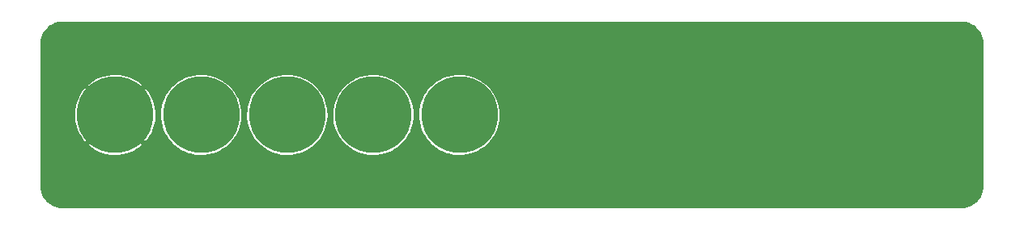
<source format=gbr>
%TF.GenerationSoftware,KiCad,Pcbnew,6.0.9+dfsg-1~bpo11+1*%
%TF.CreationDate,2022-11-11T14:52:19+01:00*%
%TF.ProjectId,014-base-power-board,3031342d-6261-4736-952d-706f7765722d,1*%
%TF.SameCoordinates,Original*%
%TF.FileFunction,Copper,L1,Top*%
%TF.FilePolarity,Positive*%
%FSLAX46Y46*%
G04 Gerber Fmt 4.6, Leading zero omitted, Abs format (unit mm)*
G04 Created by KiCad (PCBNEW 6.0.9+dfsg-1~bpo11+1) date 2022-11-11 14:52:19*
%MOMM*%
%LPD*%
G01*
G04 APERTURE LIST*
%TA.AperFunction,ComponentPad*%
%ADD10C,8.000000*%
%TD*%
%TA.AperFunction,ComponentPad*%
%ADD11C,3.400000*%
%TD*%
G04 APERTURE END LIST*
D10*
%TO.P,J1,1,Pin_1*%
%TO.N,GND*%
X106500000Y-90500000D03*
%TD*%
%TO.P,J7,1,Pin_1*%
%TO.N,Net-(J7-Pad1)*%
X133500000Y-90500000D03*
%TD*%
%TO.P,J3,1,Pin_1*%
%TO.N,Net-(J3-Pad1)*%
X115500000Y-90500000D03*
%TD*%
%TO.P,J9,1,Pin_1*%
%TO.N,Net-(J10-Pad1)*%
X142500000Y-90500000D03*
%TD*%
%TO.P,J5,1,Pin_1*%
%TO.N,Net-(J5-Pad1)*%
X124500000Y-90500000D03*
%TD*%
D11*
%TO.P,H4,1,1*%
%TO.N,GND*%
X195000000Y-98000000D03*
%TD*%
%TO.P,H1,1,1*%
%TO.N,GND*%
X101000000Y-83000000D03*
%TD*%
%TO.P,H3,1,1*%
%TO.N,GND*%
X195000000Y-83000000D03*
%TD*%
%TO.P,H6,1,1*%
%TO.N,GND*%
X101000000Y-98000000D03*
%TD*%
%TO.P,H2,1,1*%
%TO.N,GND*%
X148500000Y-83000000D03*
%TD*%
%TO.P,H5,1,1*%
%TO.N,GND*%
X148500000Y-98000000D03*
%TD*%
%TA.AperFunction,Conductor*%
%TO.N,GND*%
G36*
X194988169Y-80703018D02*
G01*
X194999641Y-80705656D01*
X195010517Y-80703195D01*
X195021664Y-80703214D01*
X195021664Y-80703243D01*
X195031772Y-80702422D01*
X195161986Y-80710298D01*
X195271204Y-80716905D01*
X195283056Y-80718344D01*
X195544422Y-80766241D01*
X195556015Y-80769098D01*
X195762244Y-80833361D01*
X195809695Y-80848148D01*
X195820873Y-80852387D01*
X196063170Y-80961436D01*
X196073756Y-80966992D01*
X196301142Y-81104452D01*
X196310980Y-81111243D01*
X196520132Y-81275103D01*
X196529081Y-81283030D01*
X196716970Y-81470919D01*
X196724897Y-81479868D01*
X196888757Y-81689020D01*
X196895548Y-81698858D01*
X197033008Y-81926244D01*
X197038564Y-81936830D01*
X197147613Y-82179127D01*
X197151852Y-82190305D01*
X197230900Y-82443977D01*
X197233759Y-82455578D01*
X197281655Y-82716936D01*
X197283096Y-82728803D01*
X197297547Y-82967712D01*
X197296724Y-82977628D01*
X197296862Y-82977628D01*
X197296842Y-82988776D01*
X197294344Y-82999641D01*
X197296804Y-83010513D01*
X197297059Y-83011638D01*
X197299500Y-83033488D01*
X197299500Y-97965983D01*
X197296982Y-97988169D01*
X197294344Y-97999641D01*
X197296805Y-98010517D01*
X197296786Y-98021664D01*
X197296757Y-98021664D01*
X197297578Y-98031772D01*
X197283096Y-98271197D01*
X197281656Y-98283056D01*
X197233761Y-98544415D01*
X197230900Y-98556023D01*
X197151852Y-98809695D01*
X197147613Y-98820873D01*
X197038564Y-99063170D01*
X197033008Y-99073756D01*
X196895548Y-99301142D01*
X196888757Y-99310980D01*
X196724897Y-99520132D01*
X196716970Y-99529081D01*
X196529081Y-99716970D01*
X196520132Y-99724897D01*
X196310980Y-99888757D01*
X196301142Y-99895548D01*
X196073756Y-100033008D01*
X196063170Y-100038564D01*
X195820873Y-100147613D01*
X195809695Y-100151852D01*
X195556015Y-100230902D01*
X195544422Y-100233759D01*
X195283056Y-100281656D01*
X195271204Y-100283095D01*
X195032288Y-100297547D01*
X195022372Y-100296724D01*
X195022372Y-100296862D01*
X195011224Y-100296842D01*
X195000359Y-100294344D01*
X194988359Y-100297059D01*
X194966512Y-100299500D01*
X101034017Y-100299500D01*
X101011831Y-100296982D01*
X101011801Y-100296975D01*
X101000359Y-100294344D01*
X100989483Y-100296805D01*
X100978336Y-100296786D01*
X100978336Y-100296757D01*
X100968228Y-100297578D01*
X100838014Y-100289702D01*
X100728796Y-100283095D01*
X100716944Y-100281656D01*
X100455578Y-100233759D01*
X100443985Y-100230902D01*
X100190305Y-100151852D01*
X100179127Y-100147613D01*
X99936830Y-100038564D01*
X99926244Y-100033008D01*
X99698858Y-99895548D01*
X99689020Y-99888757D01*
X99479868Y-99724897D01*
X99470919Y-99716970D01*
X99283030Y-99529081D01*
X99275103Y-99520132D01*
X99111243Y-99310980D01*
X99104452Y-99301142D01*
X98966992Y-99073756D01*
X98961436Y-99063170D01*
X98852387Y-98820873D01*
X98848148Y-98809695D01*
X98769100Y-98556023D01*
X98766239Y-98544415D01*
X98718344Y-98283056D01*
X98716904Y-98271197D01*
X98702469Y-98032548D01*
X98704207Y-98011810D01*
X98703747Y-98011757D01*
X98704389Y-98006179D01*
X98705655Y-98000718D01*
X98705656Y-98000000D01*
X98704412Y-97994545D01*
X98702980Y-97988266D01*
X98700500Y-97966248D01*
X98700500Y-93643364D01*
X103716018Y-93643364D01*
X103716710Y-93647736D01*
X103717235Y-93648435D01*
X103772852Y-93700664D01*
X103776529Y-93703793D01*
X104098194Y-93951509D01*
X104102164Y-93954268D01*
X104446469Y-94169414D01*
X104450687Y-94171771D01*
X104814340Y-94352290D01*
X104818762Y-94354222D01*
X105198314Y-94498400D01*
X105202881Y-94499884D01*
X105594692Y-94606336D01*
X105599407Y-94607373D01*
X105999721Y-94675082D01*
X106004517Y-94675654D01*
X106409531Y-94703975D01*
X106414352Y-94704076D01*
X106820187Y-94692740D01*
X106825012Y-94692368D01*
X107227795Y-94641485D01*
X107232563Y-94640645D01*
X107628476Y-94550695D01*
X107633110Y-94549401D01*
X108018355Y-94421247D01*
X108022871Y-94419495D01*
X108393766Y-94254362D01*
X108398067Y-94252189D01*
X108751086Y-94051647D01*
X108755162Y-94049061D01*
X109086913Y-93815036D01*
X109090735Y-93812049D01*
X109276250Y-93651917D01*
X109283158Y-93640510D01*
X109282880Y-93637197D01*
X109281316Y-93634869D01*
X106511086Y-90864639D01*
X106499203Y-90858585D01*
X106494172Y-90859381D01*
X103722072Y-93631481D01*
X103716018Y-93643364D01*
X98700500Y-93643364D01*
X98700500Y-90443692D01*
X102295429Y-90443692D01*
X102309599Y-90849460D01*
X102310003Y-90854269D01*
X102363697Y-91256686D01*
X102364573Y-91261460D01*
X102457277Y-91656706D01*
X102458616Y-91661376D01*
X102589448Y-92045693D01*
X102591228Y-92050191D01*
X102758950Y-92419930D01*
X102761154Y-92424219D01*
X102964151Y-92775818D01*
X102966772Y-92779887D01*
X103203104Y-93109992D01*
X103206119Y-93113796D01*
X103348212Y-93276107D01*
X103359671Y-93282938D01*
X103363162Y-93282620D01*
X103365220Y-93281227D01*
X106135361Y-90511086D01*
X106140603Y-90500797D01*
X106858585Y-90500797D01*
X106859381Y-90505828D01*
X109632137Y-93278584D01*
X109644020Y-93284638D01*
X109648572Y-93283917D01*
X109649017Y-93283586D01*
X109681541Y-93249432D01*
X109684706Y-93245765D01*
X109934655Y-92925844D01*
X109937445Y-92921890D01*
X110154983Y-92579107D01*
X110157375Y-92574896D01*
X110340427Y-92212513D01*
X110342393Y-92208098D01*
X110489211Y-91829579D01*
X110490735Y-91824996D01*
X110599913Y-91433965D01*
X110600988Y-91429235D01*
X110671486Y-91029423D01*
X110672093Y-91024613D01*
X110703306Y-90618965D01*
X110703448Y-90615852D01*
X110705043Y-90501560D01*
X110704989Y-90498451D01*
X110702193Y-90441281D01*
X111294844Y-90441281D01*
X111309184Y-90851913D01*
X111363525Y-91259185D01*
X111457350Y-91659211D01*
X111589764Y-92048172D01*
X111759501Y-92422356D01*
X111964942Y-92778190D01*
X111966345Y-92780150D01*
X111966351Y-92780159D01*
X112070855Y-92926128D01*
X112204125Y-93112278D01*
X112474769Y-93421432D01*
X112476529Y-93423085D01*
X112476536Y-93423092D01*
X112605069Y-93543792D01*
X112774289Y-93702700D01*
X112776201Y-93704172D01*
X112776204Y-93704175D01*
X113097374Y-93951509D01*
X113099826Y-93953397D01*
X113101878Y-93954679D01*
X113446225Y-94169851D01*
X113446230Y-94169854D01*
X113448274Y-94171131D01*
X113450438Y-94172205D01*
X113450443Y-94172208D01*
X113814130Y-94352744D01*
X113816306Y-94353824D01*
X114200409Y-94499731D01*
X114202717Y-94500358D01*
X114202726Y-94500361D01*
X114415267Y-94558107D01*
X114596916Y-94607460D01*
X115002044Y-94675982D01*
X115004452Y-94676150D01*
X115004457Y-94676151D01*
X115409520Y-94704476D01*
X115409524Y-94704476D01*
X115411925Y-94704644D01*
X115414331Y-94704577D01*
X115414341Y-94704577D01*
X115820225Y-94693239D01*
X115820232Y-94693238D01*
X115822647Y-94693171D01*
X116230289Y-94641674D01*
X116232642Y-94641139D01*
X116232650Y-94641138D01*
X116628611Y-94551178D01*
X116628617Y-94551176D01*
X116630960Y-94550644D01*
X117020836Y-94420949D01*
X117396195Y-94253829D01*
X117753455Y-94050877D01*
X117756030Y-94049061D01*
X118087229Y-93815425D01*
X118087230Y-93815424D01*
X118089205Y-93814031D01*
X118091028Y-93812458D01*
X118091035Y-93812452D01*
X118398401Y-93547141D01*
X118400241Y-93545553D01*
X118683593Y-93248003D01*
X118936557Y-92924224D01*
X119156718Y-92577305D01*
X119341976Y-92210558D01*
X119490561Y-91827483D01*
X119601055Y-91431737D01*
X119601497Y-91429235D01*
X119671983Y-91029486D01*
X119671984Y-91029481D01*
X119672404Y-91027097D01*
X119703926Y-90617426D01*
X119705566Y-90500000D01*
X119702694Y-90441281D01*
X120294844Y-90441281D01*
X120309184Y-90851913D01*
X120363525Y-91259185D01*
X120457350Y-91659211D01*
X120589764Y-92048172D01*
X120759501Y-92422356D01*
X120964942Y-92778190D01*
X120966345Y-92780150D01*
X120966351Y-92780159D01*
X121070855Y-92926128D01*
X121204125Y-93112278D01*
X121474769Y-93421432D01*
X121476529Y-93423085D01*
X121476536Y-93423092D01*
X121605069Y-93543792D01*
X121774289Y-93702700D01*
X121776201Y-93704172D01*
X121776204Y-93704175D01*
X122097374Y-93951509D01*
X122099826Y-93953397D01*
X122101878Y-93954679D01*
X122446225Y-94169851D01*
X122446230Y-94169854D01*
X122448274Y-94171131D01*
X122450438Y-94172205D01*
X122450443Y-94172208D01*
X122814130Y-94352744D01*
X122816306Y-94353824D01*
X123200409Y-94499731D01*
X123202717Y-94500358D01*
X123202726Y-94500361D01*
X123415267Y-94558107D01*
X123596916Y-94607460D01*
X124002044Y-94675982D01*
X124004452Y-94676150D01*
X124004457Y-94676151D01*
X124409520Y-94704476D01*
X124409524Y-94704476D01*
X124411925Y-94704644D01*
X124414331Y-94704577D01*
X124414341Y-94704577D01*
X124820225Y-94693239D01*
X124820232Y-94693238D01*
X124822647Y-94693171D01*
X125230289Y-94641674D01*
X125232642Y-94641139D01*
X125232650Y-94641138D01*
X125628611Y-94551178D01*
X125628617Y-94551176D01*
X125630960Y-94550644D01*
X126020836Y-94420949D01*
X126396195Y-94253829D01*
X126753455Y-94050877D01*
X126756030Y-94049061D01*
X127087229Y-93815425D01*
X127087230Y-93815424D01*
X127089205Y-93814031D01*
X127091028Y-93812458D01*
X127091035Y-93812452D01*
X127398401Y-93547141D01*
X127400241Y-93545553D01*
X127683593Y-93248003D01*
X127936557Y-92924224D01*
X128156718Y-92577305D01*
X128341976Y-92210558D01*
X128490561Y-91827483D01*
X128601055Y-91431737D01*
X128601497Y-91429235D01*
X128671983Y-91029486D01*
X128671984Y-91029481D01*
X128672404Y-91027097D01*
X128703926Y-90617426D01*
X128705566Y-90500000D01*
X128702694Y-90441281D01*
X129294844Y-90441281D01*
X129309184Y-90851913D01*
X129363525Y-91259185D01*
X129457350Y-91659211D01*
X129589764Y-92048172D01*
X129759501Y-92422356D01*
X129964942Y-92778190D01*
X129966345Y-92780150D01*
X129966351Y-92780159D01*
X130070855Y-92926128D01*
X130204125Y-93112278D01*
X130474769Y-93421432D01*
X130476529Y-93423085D01*
X130476536Y-93423092D01*
X130605069Y-93543792D01*
X130774289Y-93702700D01*
X130776201Y-93704172D01*
X130776204Y-93704175D01*
X131097374Y-93951509D01*
X131099826Y-93953397D01*
X131101878Y-93954679D01*
X131446225Y-94169851D01*
X131446230Y-94169854D01*
X131448274Y-94171131D01*
X131450438Y-94172205D01*
X131450443Y-94172208D01*
X131814130Y-94352744D01*
X131816306Y-94353824D01*
X132200409Y-94499731D01*
X132202717Y-94500358D01*
X132202726Y-94500361D01*
X132415267Y-94558107D01*
X132596916Y-94607460D01*
X133002044Y-94675982D01*
X133004452Y-94676150D01*
X133004457Y-94676151D01*
X133409520Y-94704476D01*
X133409524Y-94704476D01*
X133411925Y-94704644D01*
X133414331Y-94704577D01*
X133414341Y-94704577D01*
X133820225Y-94693239D01*
X133820232Y-94693238D01*
X133822647Y-94693171D01*
X134230289Y-94641674D01*
X134232642Y-94641139D01*
X134232650Y-94641138D01*
X134628611Y-94551178D01*
X134628617Y-94551176D01*
X134630960Y-94550644D01*
X135020836Y-94420949D01*
X135396195Y-94253829D01*
X135753455Y-94050877D01*
X135756030Y-94049061D01*
X136087229Y-93815425D01*
X136087230Y-93815424D01*
X136089205Y-93814031D01*
X136091028Y-93812458D01*
X136091035Y-93812452D01*
X136398401Y-93547141D01*
X136400241Y-93545553D01*
X136683593Y-93248003D01*
X136936557Y-92924224D01*
X137156718Y-92577305D01*
X137341976Y-92210558D01*
X137490561Y-91827483D01*
X137601055Y-91431737D01*
X137601497Y-91429235D01*
X137671983Y-91029486D01*
X137671984Y-91029481D01*
X137672404Y-91027097D01*
X137703926Y-90617426D01*
X137705566Y-90500000D01*
X137702694Y-90441281D01*
X138294844Y-90441281D01*
X138309184Y-90851913D01*
X138363525Y-91259185D01*
X138457350Y-91659211D01*
X138589764Y-92048172D01*
X138759501Y-92422356D01*
X138964942Y-92778190D01*
X138966345Y-92780150D01*
X138966351Y-92780159D01*
X139070855Y-92926128D01*
X139204125Y-93112278D01*
X139474769Y-93421432D01*
X139476529Y-93423085D01*
X139476536Y-93423092D01*
X139605069Y-93543792D01*
X139774289Y-93702700D01*
X139776201Y-93704172D01*
X139776204Y-93704175D01*
X140097374Y-93951509D01*
X140099826Y-93953397D01*
X140101878Y-93954679D01*
X140446225Y-94169851D01*
X140446230Y-94169854D01*
X140448274Y-94171131D01*
X140450438Y-94172205D01*
X140450443Y-94172208D01*
X140814130Y-94352744D01*
X140816306Y-94353824D01*
X141200409Y-94499731D01*
X141202717Y-94500358D01*
X141202726Y-94500361D01*
X141415267Y-94558107D01*
X141596916Y-94607460D01*
X142002044Y-94675982D01*
X142004452Y-94676150D01*
X142004457Y-94676151D01*
X142409520Y-94704476D01*
X142409524Y-94704476D01*
X142411925Y-94704644D01*
X142414331Y-94704577D01*
X142414341Y-94704577D01*
X142820225Y-94693239D01*
X142820232Y-94693238D01*
X142822647Y-94693171D01*
X143230289Y-94641674D01*
X143232642Y-94641139D01*
X143232650Y-94641138D01*
X143628611Y-94551178D01*
X143628617Y-94551176D01*
X143630960Y-94550644D01*
X144020836Y-94420949D01*
X144396195Y-94253829D01*
X144753455Y-94050877D01*
X144756030Y-94049061D01*
X145087229Y-93815425D01*
X145087230Y-93815424D01*
X145089205Y-93814031D01*
X145091028Y-93812458D01*
X145091035Y-93812452D01*
X145398401Y-93547141D01*
X145400241Y-93545553D01*
X145683593Y-93248003D01*
X145936557Y-92924224D01*
X146156718Y-92577305D01*
X146341976Y-92210558D01*
X146490561Y-91827483D01*
X146601055Y-91431737D01*
X146601497Y-91429235D01*
X146671983Y-91029486D01*
X146671984Y-91029481D01*
X146672404Y-91027097D01*
X146703926Y-90617426D01*
X146705566Y-90500000D01*
X146685495Y-90089609D01*
X146677236Y-90033677D01*
X146625826Y-89685530D01*
X146625825Y-89685523D01*
X146625472Y-89683135D01*
X146611729Y-89628012D01*
X146526657Y-89286813D01*
X146526070Y-89284458D01*
X146388239Y-88897383D01*
X146387213Y-88895202D01*
X146387209Y-88895193D01*
X146305267Y-88721058D01*
X146213294Y-88525606D01*
X146002905Y-88172675D01*
X145967015Y-88123994D01*
X145760516Y-87843907D01*
X145759080Y-87841959D01*
X145720086Y-87798651D01*
X145485765Y-87538411D01*
X145484147Y-87536614D01*
X145277805Y-87348198D01*
X145182517Y-87261188D01*
X145182509Y-87261182D01*
X145180729Y-87259556D01*
X145015095Y-87135646D01*
X144853670Y-87014884D01*
X144853663Y-87014879D01*
X144851723Y-87013428D01*
X144796046Y-86979709D01*
X144502342Y-86801835D01*
X144502335Y-86801831D01*
X144500269Y-86800580D01*
X144129722Y-86623044D01*
X143743620Y-86482514D01*
X143741294Y-86481917D01*
X143741285Y-86481914D01*
X143347975Y-86380930D01*
X143345646Y-86380332D01*
X142939601Y-86317473D01*
X142937190Y-86317338D01*
X142937188Y-86317338D01*
X142531778Y-86294671D01*
X142531774Y-86294671D01*
X142529360Y-86294536D01*
X142118839Y-86311742D01*
X141711956Y-86368926D01*
X141660300Y-86381423D01*
X141314948Y-86464972D01*
X141314938Y-86464975D01*
X141312594Y-86465542D01*
X141161022Y-86518325D01*
X140926846Y-86599873D01*
X140926839Y-86599876D01*
X140924567Y-86600667D01*
X140551578Y-86773012D01*
X140501699Y-86802276D01*
X140199271Y-86979709D01*
X140199266Y-86979712D01*
X140197187Y-86980932D01*
X140195243Y-86982345D01*
X140195236Y-86982349D01*
X139931245Y-87174150D01*
X139864776Y-87222443D01*
X139862966Y-87224050D01*
X139717158Y-87353505D01*
X139557520Y-87495238D01*
X139555879Y-87497010D01*
X139555872Y-87497017D01*
X139519205Y-87536614D01*
X139278350Y-87796714D01*
X139276887Y-87798642D01*
X139276879Y-87798651D01*
X139080216Y-88057746D01*
X139029931Y-88123994D01*
X138814634Y-88473953D01*
X138813582Y-88476110D01*
X138813577Y-88476119D01*
X138639739Y-88832542D01*
X138634516Y-88843251D01*
X138491294Y-89228363D01*
X138490680Y-89230686D01*
X138490678Y-89230693D01*
X138389799Y-89612508D01*
X138386336Y-89625614D01*
X138320643Y-90031210D01*
X138320492Y-90033615D01*
X138320491Y-90033621D01*
X138294995Y-90438880D01*
X138294844Y-90441281D01*
X137702694Y-90441281D01*
X137685495Y-90089609D01*
X137677236Y-90033677D01*
X137625826Y-89685530D01*
X137625825Y-89685523D01*
X137625472Y-89683135D01*
X137611729Y-89628012D01*
X137526657Y-89286813D01*
X137526070Y-89284458D01*
X137388239Y-88897383D01*
X137387213Y-88895202D01*
X137387209Y-88895193D01*
X137305267Y-88721058D01*
X137213294Y-88525606D01*
X137002905Y-88172675D01*
X136967015Y-88123994D01*
X136760516Y-87843907D01*
X136759080Y-87841959D01*
X136720086Y-87798651D01*
X136485765Y-87538411D01*
X136484147Y-87536614D01*
X136277805Y-87348198D01*
X136182517Y-87261188D01*
X136182509Y-87261182D01*
X136180729Y-87259556D01*
X136015095Y-87135646D01*
X135853670Y-87014884D01*
X135853663Y-87014879D01*
X135851723Y-87013428D01*
X135796046Y-86979709D01*
X135502342Y-86801835D01*
X135502335Y-86801831D01*
X135500269Y-86800580D01*
X135129722Y-86623044D01*
X134743620Y-86482514D01*
X134741294Y-86481917D01*
X134741285Y-86481914D01*
X134347975Y-86380930D01*
X134345646Y-86380332D01*
X133939601Y-86317473D01*
X133937190Y-86317338D01*
X133937188Y-86317338D01*
X133531778Y-86294671D01*
X133531774Y-86294671D01*
X133529360Y-86294536D01*
X133118839Y-86311742D01*
X132711956Y-86368926D01*
X132660300Y-86381423D01*
X132314948Y-86464972D01*
X132314938Y-86464975D01*
X132312594Y-86465542D01*
X132161022Y-86518325D01*
X131926846Y-86599873D01*
X131926839Y-86599876D01*
X131924567Y-86600667D01*
X131551578Y-86773012D01*
X131501699Y-86802276D01*
X131199271Y-86979709D01*
X131199266Y-86979712D01*
X131197187Y-86980932D01*
X131195243Y-86982345D01*
X131195236Y-86982349D01*
X130931245Y-87174150D01*
X130864776Y-87222443D01*
X130862966Y-87224050D01*
X130717158Y-87353505D01*
X130557520Y-87495238D01*
X130555879Y-87497010D01*
X130555872Y-87497017D01*
X130519205Y-87536614D01*
X130278350Y-87796714D01*
X130276887Y-87798642D01*
X130276879Y-87798651D01*
X130080216Y-88057746D01*
X130029931Y-88123994D01*
X129814634Y-88473953D01*
X129813582Y-88476110D01*
X129813577Y-88476119D01*
X129639739Y-88832542D01*
X129634516Y-88843251D01*
X129491294Y-89228363D01*
X129490680Y-89230686D01*
X129490678Y-89230693D01*
X129389799Y-89612508D01*
X129386336Y-89625614D01*
X129320643Y-90031210D01*
X129320492Y-90033615D01*
X129320491Y-90033621D01*
X129294995Y-90438880D01*
X129294844Y-90441281D01*
X128702694Y-90441281D01*
X128685495Y-90089609D01*
X128677236Y-90033677D01*
X128625826Y-89685530D01*
X128625825Y-89685523D01*
X128625472Y-89683135D01*
X128611729Y-89628012D01*
X128526657Y-89286813D01*
X128526070Y-89284458D01*
X128388239Y-88897383D01*
X128387213Y-88895202D01*
X128387209Y-88895193D01*
X128305267Y-88721058D01*
X128213294Y-88525606D01*
X128002905Y-88172675D01*
X127967015Y-88123994D01*
X127760516Y-87843907D01*
X127759080Y-87841959D01*
X127720086Y-87798651D01*
X127485765Y-87538411D01*
X127484147Y-87536614D01*
X127277805Y-87348198D01*
X127182517Y-87261188D01*
X127182509Y-87261182D01*
X127180729Y-87259556D01*
X127015095Y-87135646D01*
X126853670Y-87014884D01*
X126853663Y-87014879D01*
X126851723Y-87013428D01*
X126796046Y-86979709D01*
X126502342Y-86801835D01*
X126502335Y-86801831D01*
X126500269Y-86800580D01*
X126129722Y-86623044D01*
X125743620Y-86482514D01*
X125741294Y-86481917D01*
X125741285Y-86481914D01*
X125347975Y-86380930D01*
X125345646Y-86380332D01*
X124939601Y-86317473D01*
X124937190Y-86317338D01*
X124937188Y-86317338D01*
X124531778Y-86294671D01*
X124531774Y-86294671D01*
X124529360Y-86294536D01*
X124118839Y-86311742D01*
X123711956Y-86368926D01*
X123660300Y-86381423D01*
X123314948Y-86464972D01*
X123314938Y-86464975D01*
X123312594Y-86465542D01*
X123161022Y-86518325D01*
X122926846Y-86599873D01*
X122926839Y-86599876D01*
X122924567Y-86600667D01*
X122551578Y-86773012D01*
X122501699Y-86802276D01*
X122199271Y-86979709D01*
X122199266Y-86979712D01*
X122197187Y-86980932D01*
X122195243Y-86982345D01*
X122195236Y-86982349D01*
X121931245Y-87174150D01*
X121864776Y-87222443D01*
X121862966Y-87224050D01*
X121717158Y-87353505D01*
X121557520Y-87495238D01*
X121555879Y-87497010D01*
X121555872Y-87497017D01*
X121519205Y-87536614D01*
X121278350Y-87796714D01*
X121276887Y-87798642D01*
X121276879Y-87798651D01*
X121080216Y-88057746D01*
X121029931Y-88123994D01*
X120814634Y-88473953D01*
X120813582Y-88476110D01*
X120813577Y-88476119D01*
X120639739Y-88832542D01*
X120634516Y-88843251D01*
X120491294Y-89228363D01*
X120490680Y-89230686D01*
X120490678Y-89230693D01*
X120389799Y-89612508D01*
X120386336Y-89625614D01*
X120320643Y-90031210D01*
X120320492Y-90033615D01*
X120320491Y-90033621D01*
X120294995Y-90438880D01*
X120294844Y-90441281D01*
X119702694Y-90441281D01*
X119685495Y-90089609D01*
X119677236Y-90033677D01*
X119625826Y-89685530D01*
X119625825Y-89685523D01*
X119625472Y-89683135D01*
X119611729Y-89628012D01*
X119526657Y-89286813D01*
X119526070Y-89284458D01*
X119388239Y-88897383D01*
X119387213Y-88895202D01*
X119387209Y-88895193D01*
X119305267Y-88721058D01*
X119213294Y-88525606D01*
X119002905Y-88172675D01*
X118967015Y-88123994D01*
X118760516Y-87843907D01*
X118759080Y-87841959D01*
X118720086Y-87798651D01*
X118485765Y-87538411D01*
X118484147Y-87536614D01*
X118277805Y-87348198D01*
X118182517Y-87261188D01*
X118182509Y-87261182D01*
X118180729Y-87259556D01*
X118015095Y-87135646D01*
X117853670Y-87014884D01*
X117853663Y-87014879D01*
X117851723Y-87013428D01*
X117796046Y-86979709D01*
X117502342Y-86801835D01*
X117502335Y-86801831D01*
X117500269Y-86800580D01*
X117129722Y-86623044D01*
X116743620Y-86482514D01*
X116741294Y-86481917D01*
X116741285Y-86481914D01*
X116347975Y-86380930D01*
X116345646Y-86380332D01*
X115939601Y-86317473D01*
X115937190Y-86317338D01*
X115937188Y-86317338D01*
X115531778Y-86294671D01*
X115531774Y-86294671D01*
X115529360Y-86294536D01*
X115118839Y-86311742D01*
X114711956Y-86368926D01*
X114660300Y-86381423D01*
X114314948Y-86464972D01*
X114314938Y-86464975D01*
X114312594Y-86465542D01*
X114161022Y-86518325D01*
X113926846Y-86599873D01*
X113926839Y-86599876D01*
X113924567Y-86600667D01*
X113551578Y-86773012D01*
X113501699Y-86802276D01*
X113199271Y-86979709D01*
X113199266Y-86979712D01*
X113197187Y-86980932D01*
X113195243Y-86982345D01*
X113195236Y-86982349D01*
X112931245Y-87174150D01*
X112864776Y-87222443D01*
X112862966Y-87224050D01*
X112717158Y-87353505D01*
X112557520Y-87495238D01*
X112555879Y-87497010D01*
X112555872Y-87497017D01*
X112519205Y-87536614D01*
X112278350Y-87796714D01*
X112276887Y-87798642D01*
X112276879Y-87798651D01*
X112080216Y-88057746D01*
X112029931Y-88123994D01*
X111814634Y-88473953D01*
X111813582Y-88476110D01*
X111813577Y-88476119D01*
X111639739Y-88832542D01*
X111634516Y-88843251D01*
X111491294Y-89228363D01*
X111490680Y-89230686D01*
X111490678Y-89230693D01*
X111389799Y-89612508D01*
X111386336Y-89625614D01*
X111320643Y-90031210D01*
X111320492Y-90033615D01*
X111320491Y-90033621D01*
X111294995Y-90438880D01*
X111294844Y-90441281D01*
X110702193Y-90441281D01*
X110685114Y-90092064D01*
X110684644Y-90087273D01*
X110625334Y-89685627D01*
X110624393Y-89680880D01*
X110526178Y-89286958D01*
X110524779Y-89282324D01*
X110388587Y-88899851D01*
X110386746Y-88895384D01*
X110213881Y-88528030D01*
X110211613Y-88523764D01*
X110003727Y-88175031D01*
X110001050Y-88171002D01*
X109760128Y-87844224D01*
X109757076Y-87840481D01*
X109651959Y-87723736D01*
X109640410Y-87717069D01*
X109636553Y-87717474D01*
X109635038Y-87718515D01*
X106864639Y-90488914D01*
X106858585Y-90500797D01*
X106140603Y-90500797D01*
X106141415Y-90499203D01*
X106140619Y-90494172D01*
X103369030Y-87722583D01*
X103357147Y-87716529D01*
X103352957Y-87717192D01*
X103351999Y-87717917D01*
X103280379Y-87795258D01*
X103277269Y-87798964D01*
X103031803Y-88122355D01*
X103029079Y-88126333D01*
X102816337Y-88472139D01*
X102814016Y-88476360D01*
X102636030Y-88841288D01*
X102634137Y-88845705D01*
X102492612Y-89226254D01*
X102491155Y-89230845D01*
X102387444Y-89623379D01*
X102386438Y-89628116D01*
X102321529Y-90028873D01*
X102320989Y-90033677D01*
X102295496Y-90438887D01*
X102295429Y-90443692D01*
X98700500Y-90443692D01*
X98700500Y-87359704D01*
X103717137Y-87359704D01*
X103717497Y-87363378D01*
X103718714Y-87365161D01*
X106488914Y-90135361D01*
X106500797Y-90141415D01*
X106505828Y-90140619D01*
X109277051Y-87369396D01*
X109283105Y-87357513D01*
X109282471Y-87353505D01*
X109281547Y-87352292D01*
X109182206Y-87261583D01*
X109178462Y-87258485D01*
X108853390Y-87015299D01*
X108849369Y-87012587D01*
X108502104Y-86802276D01*
X108497839Y-86799971D01*
X108131720Y-86624556D01*
X108127245Y-86622675D01*
X107745745Y-86483819D01*
X107741136Y-86482392D01*
X107347887Y-86381423D01*
X107343158Y-86380452D01*
X106941940Y-86318341D01*
X106937134Y-86317836D01*
X106531776Y-86295172D01*
X106526931Y-86295139D01*
X106121300Y-86312140D01*
X106116496Y-86312577D01*
X105714434Y-86369083D01*
X105709702Y-86369986D01*
X105315090Y-86465452D01*
X105310448Y-86466819D01*
X104927034Y-86600338D01*
X104922567Y-86602143D01*
X104554000Y-86772444D01*
X104549728Y-86774678D01*
X104199545Y-86980129D01*
X104195510Y-86982769D01*
X103867046Y-87221412D01*
X103863280Y-87224440D01*
X103723888Y-87348198D01*
X103717137Y-87359704D01*
X98700500Y-87359704D01*
X98700500Y-83034281D01*
X98703057Y-83011926D01*
X98703141Y-83011565D01*
X98705655Y-83000718D01*
X98705656Y-83000000D01*
X98704413Y-82994549D01*
X98703791Y-82988995D01*
X98704159Y-82988954D01*
X98702438Y-82967973D01*
X98716904Y-82728804D01*
X98718345Y-82716936D01*
X98766241Y-82455578D01*
X98769100Y-82443977D01*
X98848148Y-82190305D01*
X98852387Y-82179127D01*
X98961436Y-81936830D01*
X98966992Y-81926244D01*
X99104452Y-81698858D01*
X99111243Y-81689020D01*
X99275103Y-81479868D01*
X99283030Y-81470919D01*
X99470919Y-81283030D01*
X99479868Y-81275103D01*
X99689020Y-81111243D01*
X99698858Y-81104452D01*
X99926244Y-80966992D01*
X99936830Y-80961436D01*
X100179127Y-80852387D01*
X100190305Y-80848148D01*
X100237756Y-80833361D01*
X100443985Y-80769098D01*
X100455578Y-80766241D01*
X100716944Y-80718344D01*
X100728796Y-80716905D01*
X100967712Y-80702453D01*
X100977628Y-80703276D01*
X100977628Y-80703138D01*
X100988776Y-80703158D01*
X100999641Y-80705656D01*
X101011641Y-80702941D01*
X101033488Y-80700500D01*
X194965983Y-80700500D01*
X194988169Y-80703018D01*
G37*
%TD.AperFunction*%
%TD*%
M02*

</source>
